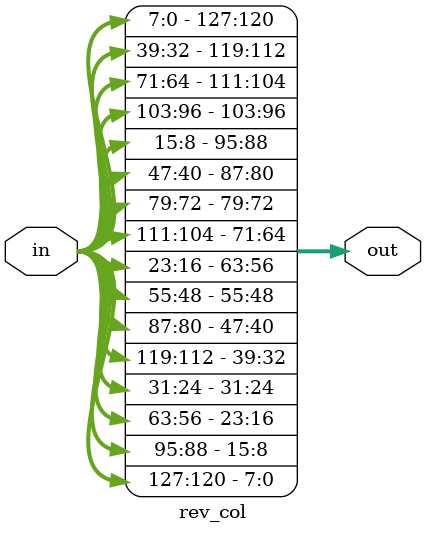
<source format=v>
`timescale 1ns / 1ps


module rev_col (input wire [127:0] in, output wire[127:0] out);

    assign out[0+:8] = in[120+:8];
    assign out[8+:8] = in[88+:8];
    assign out[16+:8] = in[56+:8];
    assign out[24+:8] = in[24+:8];
    assign out[32+:8] = in[112+:8];
    assign out[40+:8] = in[80+:8];
    assign out[48+:8] = in[48+:8];
    assign out[56+:8] = in[16+:8];
    assign out[64+:8] = in[104+:8];
    assign out[72+:8] = in[72+:8];
    assign out[80+:8] = in[40+:8];
    assign out[88+:8] = in[8+:8];
    assign out[96+:8] = in[96+:8];
    assign out[104+:8] = in[64+:8];
    assign out[112+:8] = in[32+:8];
    assign out[120+:8] = in[0+:8];

//    assign out[7:0] = in[127:120];
//    assign out[15:8] = in[95:88];
//    assign out[23:16] = in[63:56];
//    assign out[31:24] = in[31:24];
//    assign out[39:32] = in[119:112];
//    assign out[47:40] = in[87:80];
//    assign out[55:48] = in[55:48];
//    assign out[63:56] = in[23:16];
//    assign out[71:64] = in[111:104];
//    assign out[79:72] = in[79:72];
//    assign out[87:80] = in[47:40];
//    assign out[95:88] = in[15:8];
//    assign out[103:96] = in[103:96];
//    assign out[111:104] = in[71:64];
//    assign out[119:112] = in[39:32];
//    assign out[127:0] = in[7:0];

endmodule

</source>
